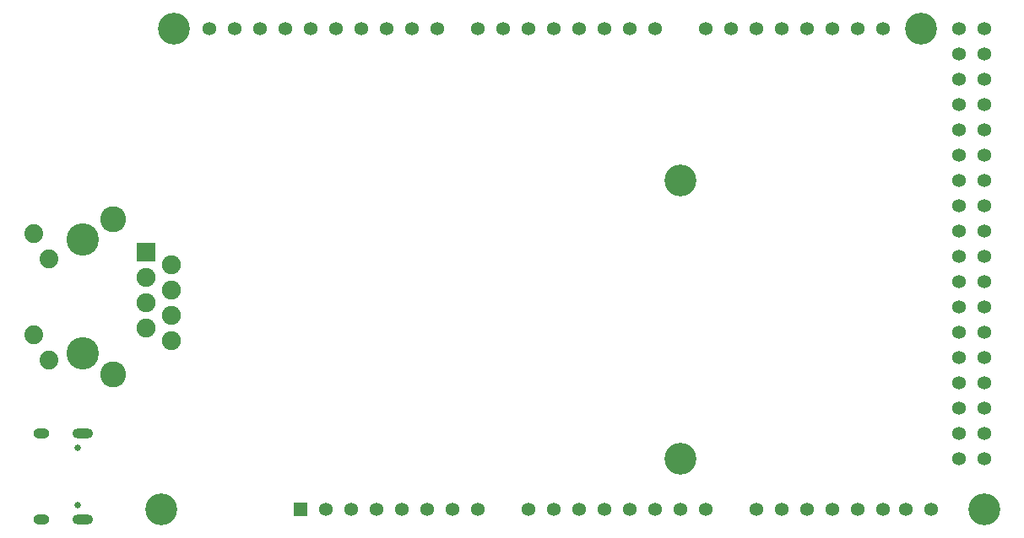
<source format=gbr>
%TF.GenerationSoftware,KiCad,Pcbnew,9.0.2*%
%TF.CreationDate,2025-05-17T21:56:03-04:00*%
%TF.ProjectId,ArduinoMega_Ethernet,41726475-696e-46f4-9d65-67615f457468,rev?*%
%TF.SameCoordinates,Original*%
%TF.FileFunction,Soldermask,Bot*%
%TF.FilePolarity,Negative*%
%FSLAX46Y46*%
G04 Gerber Fmt 4.6, Leading zero omitted, Abs format (unit mm)*
G04 Created by KiCad (PCBNEW 9.0.2) date 2025-05-17 21:56:03*
%MOMM*%
%LPD*%
G01*
G04 APERTURE LIST*
%ADD10C,3.250000*%
%ADD11C,2.600000*%
%ADD12C,1.890000*%
%ADD13R,1.900000X1.900000*%
%ADD14C,1.900000*%
%ADD15C,3.200000*%
%ADD16C,1.358000*%
%ADD17R,1.358000X1.358000*%
%ADD18C,0.650000*%
%ADD19O,2.100000X1.000000*%
%ADD20O,1.600000X1.000000*%
G04 APERTURE END LIST*
D10*
%TO.C,J1*%
X49306000Y-152019000D03*
X49306000Y-163449000D03*
D11*
X52356000Y-149959000D03*
X52356000Y-165509000D03*
D12*
X45926000Y-164059000D03*
X44406000Y-161519000D03*
X45926000Y-153949000D03*
X44406000Y-151409000D03*
D13*
X55646000Y-153289000D03*
D14*
X58186000Y-154559000D03*
X55646000Y-155829000D03*
X58186000Y-157099000D03*
X55646000Y-158369000D03*
X58186000Y-159639000D03*
X55646000Y-160909000D03*
X58186000Y-162179000D03*
%TD*%
D15*
%TO.C,A1*%
X57150000Y-179070000D03*
X139700000Y-179070000D03*
X109220000Y-173990000D03*
X109220000Y-146050000D03*
X58420000Y-130810000D03*
X133350000Y-130810000D03*
D16*
X106680000Y-130810000D03*
X104140000Y-130810000D03*
X101600000Y-130810000D03*
X99060000Y-130810000D03*
X78740000Y-179070000D03*
X96520000Y-130810000D03*
X93980000Y-130810000D03*
X81280000Y-179070000D03*
X137160000Y-130810000D03*
X139700000Y-130810000D03*
X91440000Y-130810000D03*
X88900000Y-130810000D03*
X84836000Y-130810000D03*
X82296000Y-130810000D03*
X79756000Y-130810000D03*
X77216000Y-130810000D03*
X74676000Y-130810000D03*
X72136000Y-130810000D03*
X111760000Y-130810000D03*
X114300000Y-130810000D03*
X116840000Y-130810000D03*
X119380000Y-130810000D03*
X121920000Y-130810000D03*
X124460000Y-130810000D03*
X127000000Y-130810000D03*
X129540000Y-130810000D03*
X137160000Y-133350000D03*
X139700000Y-133350000D03*
X137160000Y-135890000D03*
X139700000Y-135890000D03*
X137160000Y-138430000D03*
X139700000Y-138430000D03*
X137160000Y-140970000D03*
X139700000Y-140970000D03*
X137160000Y-143510000D03*
X139700000Y-143510000D03*
X137160000Y-146050000D03*
X139700000Y-146050000D03*
X137160000Y-148590000D03*
X139700000Y-148590000D03*
X137160000Y-151130000D03*
X139700000Y-151130000D03*
X137160000Y-153670000D03*
X139700000Y-153670000D03*
X137160000Y-156210000D03*
X139700000Y-156210000D03*
X137160000Y-158750000D03*
X139700000Y-158750000D03*
X137160000Y-161290000D03*
X139700000Y-161290000D03*
X137160000Y-163830000D03*
X139700000Y-163830000D03*
X137160000Y-166370000D03*
X139700000Y-166370000D03*
X137160000Y-168910000D03*
X139700000Y-168910000D03*
X137160000Y-171450000D03*
X139700000Y-171450000D03*
X93980000Y-179070000D03*
X96520000Y-179070000D03*
X99060000Y-179070000D03*
X101600000Y-179070000D03*
X104140000Y-179070000D03*
X106680000Y-179070000D03*
X109220000Y-179070000D03*
X111760000Y-179070000D03*
X116840000Y-179070000D03*
X119380000Y-179070000D03*
X121920000Y-179070000D03*
X124460000Y-179070000D03*
X127000000Y-179070000D03*
X129540000Y-179070000D03*
X131826000Y-179070000D03*
X134366000Y-179070000D03*
X67056000Y-130810000D03*
X83820000Y-179070000D03*
X86360000Y-179070000D03*
X69596000Y-130810000D03*
X137160000Y-173990000D03*
X139700000Y-173990000D03*
X73660000Y-179070000D03*
D17*
X71120000Y-179070000D03*
D16*
X76200000Y-179070000D03*
X61976000Y-130810000D03*
X64516000Y-130810000D03*
X88900000Y-179070000D03*
%TD*%
D18*
%TO.C,J9*%
X48776000Y-172878000D03*
X48776000Y-178658000D03*
D19*
X49306000Y-171448000D03*
D20*
X45126000Y-171448000D03*
D19*
X49306000Y-180088000D03*
D20*
X45126000Y-180088000D03*
%TD*%
M02*

</source>
